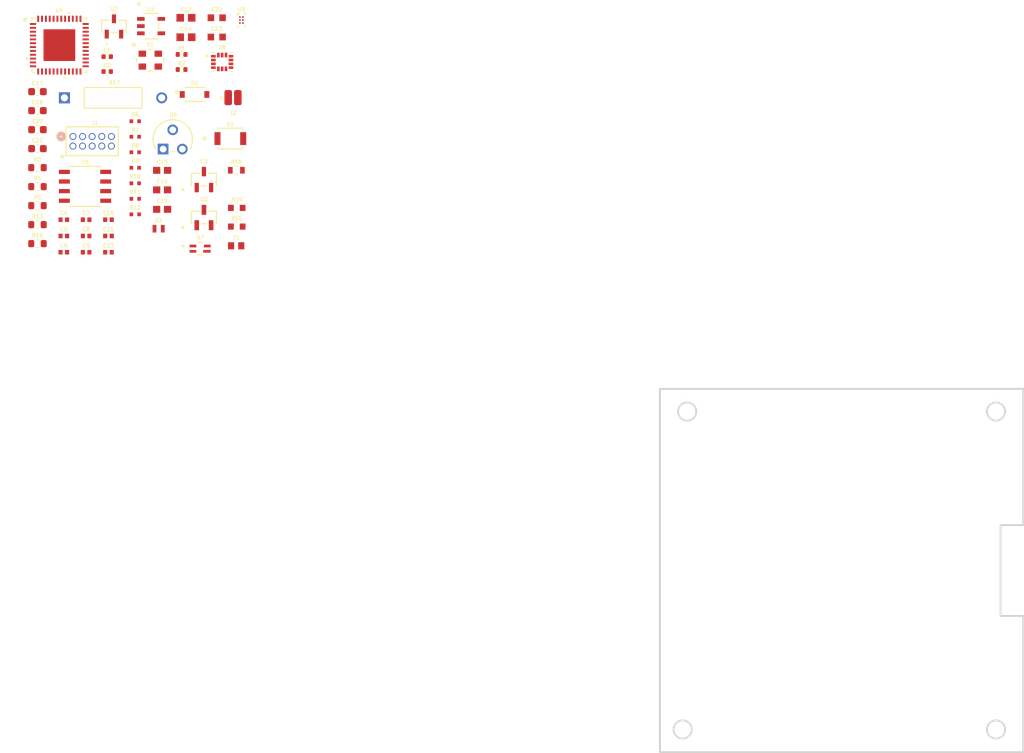
<source format=kicad_pcb>
(kicad_pcb (version 20240108) (generator "pcbnew") (generator_version "8.0")
  (layers (0 "F.Cu" signal) (31 "B.Cu" signal) (34 "B.Paste" user) (35 "F.Paste" user) (36 "B.SilkS" user "B.Silkscreen") (37 "F.SilkS" user "F.Silkscreen") (38 "B.Mask" user) (39 "F.Mask" user) (44 "Edge.Cuts" user))
  (net 0 "")
  (net 1 "KLT5")
  (net 2 "KLT6")
  (net 4 "KLT7")
  (net 6 "Net-(U4-VDDCORE)")
  (net 9 "Net-(C18-Pad2)")
  (net 17 "Net-(U1-ADJ)")
  (net 18 "Net-(D2-K)")
  (net 19 "Net-(U3-*RESET)")
  (net 20 "I2C_SDA")
  (net 23 "I2C_SCL")
  (net 24 "Net-(R11-Pad2)")
  (net 25 "Net-(U6-Vout)")
  (net 26 "KLT0")
  (net 27 "Net-(U9-CHG_N)")
  (net 28 "Net-(U9-ISET)")
  (net 29 "Net-(U9-TS)")
  (net 34 "KLT4")
  (net 37 "KLT1")
  (net 39 "GND")
  (net 41 "KLT3")
  (net 48 "KLT2")
  (net 66 "VOUT1")
  (net 67 "VOUT2")
  (net 68 "VOUT3")
  (net 69 "VDD")
  (net 70 "VIN")
  (net 71 "VOUT")
  (footprint "BQ25101YFPR:CAP_CL10A105KB8NNN_SAM" (layer "F.Cu") (at 71.5687 31.0946)
    (property "Reference" "C22" (at 0 -1.1 0) (layer "F.SilkS") (effects (font (size 0.5 0.5) (thickness 0.1) (bold yes))))
    (property "Value" "1uF")
    (pad "1" smd rect (at -0.7747 0) (size 0.8636 0.889) (layers "F.Cu" "F.Paste" "F.Mask") (net 70 "VIN"))
    (pad "2" smd rect (at 0.7747 0) (size 0.8636 0.889) (layers "F.Cu" "F.Paste" "F.Mask") (net 39 "GND"))
  )
  (footprint "DRDC3105F:DIO_KDZLVTF100_ROM" (layer "F.Cu") (at 68.638 41.2302)
    (property "Reference" "D1" (at 0 -1.5 0) (layer "F.SilkS") (effects (font (size 0.5 0.5) (thickness 0.1) (bold yes))))
    (property "Value" "KDZVTR6.2B")
    (fp_text user "*" (at -2.3368 0 0) (layer "F.SilkS"))
    (fp_text user "*" (at -2.3368 0 0) (layer "F.SilkS"))
    (pad "1" smd rect (at -1.6256 0) (size 0.6604 0.889) (layers "F.Cu" "F.Paste" "F.Mask") (net 39 "GND"))
    (pad "2" smd rect (at 1.6256 0) (size 0.6604 0.889) (layers "F.Cu" "F.Paste" "F.Mask") (net 68 "VOUT3"))
  )
  (footprint "DRDC3105F:SOT23_MMBT2222A_NEX" (layer "F.Cu") (at 57.9908 32.244699)
    (property "Reference" "U2" (at 0 -2.3 0) (layer "F.SilkS") (effects (font (size 0.5 0.5) (thickness 0.1) (bold yes))))
    (property "Value" "DRDC3105F-7")
    (pad "1" smd rect (at -0.950001 1.016) (size 0.5426 1.157199) (layers "F.Cu" "F.Paste" "F.Mask") (net 18 "Net-(D2-K)"))
    (pad "2" smd rect (at 0.950001 1.016) (size 0.5426 1.157199) (layers "F.Cu" "F.Paste" "F.Mask") (net 39 "GND"))
    (pad "3" smd rect (at 0 -1.016) (size 0.5426 1.157199) (layers "F.Cu" "F.Paste" "F.Mask") (net 68 "VOUT3"))
  )
  (footprint "AP7366_W5_7:R_0402_1005Metric" (layer "F.Cu") (at 66.927 35.9449)
    (property "Reference" "R1" (at 0 -0.8 0) (layer "F.SilkS") (effects (font (size 0.5 0.5) (thickness 0.1) (bold yes))))
    (property "Value" "210K")
    (pad "1" smd roundrect (at -0.51 0) (size 0.54 0.64) (layers "F.Cu" "F.Paste" "F.Mask") (net 67 "VOUT2"))
    (pad "2" smd roundrect (at 0.51 0) (size 0.54 0.64) (layers "F.Cu" "F.Paste" "F.Mask") (net 17 "Net-(U1-ADJ)"))
  )
  (footprint "MX25L4006EM2I-12G:YAG_CC0603_YAG" (layer "F.Cu") (at 64.353101 53.8321)
    (property "Reference" "C16" (at 0 -1.1 0) (layer "F.SilkS") (effects (font (size 0.5 0.5) (thickness 0.1) (bold yes))))
    (property "Value" "0.01uF")
    (pad "1" smd rect (at -0.7211 0) (size 0.9596 0.9144) (layers "F.Cu" "F.Paste" "F.Mask") (net 68 "VOUT3"))
    (pad "2" smd rect (at 0.7211 0) (size 0.9596 0.9144) (layers "F.Cu" "F.Paste" "F.Mask") (net 39 "GND"))
  )
  (footprint "ATSAMD21G18A-MUT:0603C" (layer "F.Cu") (at 67.505 31.1029)
    (property "Reference" "C12" (at 0 -1.1 0) (layer "F.SilkS") (effects (font (size 0.5 0.5) (thickness 0.1) (bold yes))))
    (property "Value" "10uF")
    (pad "1" smd rect (at -0.759 0) (size 1 1.02) (layers "F.Cu" "F.Paste" "F.Mask") (net 68 "VOUT3"))
    (pad "2" smd rect (at 0.759 0) (size 1 1.02) (layers "F.Cu" "F.Paste" "F.Mask") (net 39 "GND"))
  )
  (footprint "LM35DZNOPB:C_0603_1608Metric" (layer "F.Cu") (at 47.887 43.3649)
    (property "Reference" "C18" (at 0 -1.1 0) (layer "F.SilkS") (effects (font (size 0.5 0.5) (thickness 0.1) (bold yes))))
    (property "Value" "1uF")
    (pad "1" smd roundrect (at -0.775 0) (size 0.9 0.95) (layers "F.Cu" "F.Paste" "F.Mask") (net 4 "KLT7"))
    (pad "2" smd roundrect (at 0.775 0) (size 0.9 0.95) (layers "F.Cu" "F.Paste" "F.Mask") (net 9 "Net-(C18-Pad2)"))
  )
  (footprint "BQ25101YFPR:SolderWirePad_1x02_SMD_1x2mm" (layer "F.Cu") (at 73.722 41.6449)
    (property "Reference" "J2" (at 0 2 0) (layer "F.SilkS") (effects (font (size 0.5 0.5) (thickness 0.1) (bold yes))))
    (property "Value" "NATTREY")
    (pad "1" smd roundrect (at -0.635 0) (size 1 2) (layers "F.Cu" "F.Paste" "F.Mask") (net 71 "VOUT"))
    (pad "2" smd roundrect (at 0.635 0) (size 1 2) (layers "F.Cu" "F.Paste" "F.Mask") (net 39 "GND"))
  )
  (footprint "TCM809:SOT-23_MC_MCH" (layer "F.Cu") (at 69.8802 57.4857)
    (property "Reference" "U3" (at 0 -2.4 0) (layer "F.SilkS") (effects (font (size 0.5 0.5) (thickness 0.1) (bold yes))))
    (property "Value" "TCM809RVNB713")
    (pad "1" smd rect (at -0.950001 1.0152) (size 0.6096 1.3208) (layers "F.Cu" "F.Paste" "F.Mask") (net 69 "VDD"))
    (pad "2" smd rect (at 0.950001 1.0152) (size 0.6096 1.3208) (layers "F.Cu" "F.Paste" "F.Mask") (net 39 "GND"))
    (pad "3" smd rect (at 0 -1.0152) (size 0.6096 1.3208) (layers "F.Cu" "F.Paste" "F.Mask") (net 19 "Net-(U3-*RESET)"))
  )
  (footprint "AP7366_W5_7:R_0402_1005Metric" (layer "F.Cu") (at 66.927 37.9349)
    (property "Reference" "R2" (at 0 -0.8 0) (layer "F.SilkS") (effects (font (size 0.5 0.5) (thickness 0.1) (bold yes))))
    (property "Value" "40K")
    (pad "1" smd roundrect (at -0.51 0) (size 0.54 0.64) (layers "F.Cu" "F.Paste" "F.Mask") (net 17 "Net-(U1-ADJ)"))
    (pad "2" smd roundrect (at 0.51 0) (size 0.54 0.64) (layers "F.Cu" "F.Paste" "F.Mask") (net 39 "GND"))
  )
  (footprint "ISM330DHCXTR:PQFN50P250X300X86-14N" (layer "F.Cu") (at 72.287 36.9349)
    (property "Reference" "U8" (at 0 -1.9 0) (layer "F.SilkS") (effects (font (size 0.5 0.5) (thickness 0.1) (bold yes))))
    (property "Value" "ISM330DHCXTR")
    (pad "1" smd rect (at -1.16 -0.75) (size 0.61 0.35) (layers "F.Cu" "F.Paste") (net 68 "VOUT3"))
    (pad "2" smd rect (at -1.16 -0.25) (size 0.61 0.35) (layers "F.Cu" "F.Paste") (net 68 "VOUT3"))
    (pad "3" smd rect (at -1.16 0.25) (size 0.61 0.35) (layers "F.Cu" "F.Paste") (net 68 "VOUT3"))
    (pad "4" smd rect (at -1.16 0.75) (size 0.61 0.35) (layers "F.Cu" "F.Paste") (net 26 "KLT0"))
    (pad "5" smd rect (at -0.5 0.91) (size 0.35 0.61) (layers "F.Cu" "F.Paste") (net 68 "VOUT3"))
    (pad "6" smd rect (at 0 0.91) (size 0.35 0.61) (layers "F.Cu" "F.Paste") (net 39 "GND"))
    (pad "7" smd rect (at 0.5 0.91) (size 0.35 0.61) (layers "F.Cu" "F.Paste") (net 39 "GND"))
    (pad "8" smd rect (at 1.16 0.75) (size 0.61 0.35) (layers "F.Cu" "F.Paste") (net 68 "VOUT3"))
    (pad "9" smd rect (at 1.16 0.25) (size 0.61 0.35) (layers "F.Cu" "F.Paste") (net 37 "KLT1"))
    (pad "10" smd rect (at 1.16 -0.25) (size 0.61 0.35) (layers "F.Cu" "F.Paste"))
    (pad "11" smd rect (at 1.16 -0.75) (size 0.61 0.35) (layers "F.Cu" "F.Paste") (net 68 "VOUT3"))
    (pad "12" smd rect (at 0.5 -0.91) (size 0.35 0.61) (layers "F.Cu" "F.Paste") (net 68 "VOUT3"))
    (pad "13" smd rect (at 0 -0.91) (size 0.35 0.61) (layers "F.Cu" "F.Paste") (net 23 "I2C_SCL"))
    (pad "14" smd rect (at -0.5 -0.91) (size 0.35 0.61) (layers "F.Cu" "F.Paste") (net 20 "I2C_SDA"))
  )
  (footprint "DRDC3105F:R_0603_1608Metric" (layer "F.Cu") (at 47.887 53.4049)
    (property "Reference" "R4" (at 0 -1.1 0) (layer "F.SilkS") (effects (font (size 0.5 0.5) (thickness 0.1) (bold yes))))
    (property "Value" "1K")
    (pad "1" smd roundrect (at -0.825 0) (size 0.8 0.95) (layers "F.Cu" "F.Paste" "F.Mask") (net 18 "Net-(D2-K)"))
    (pad "2" smd roundrect (at 0.825 0) (size 0.8 0.95) (layers "F.Cu" "F.Paste" "F.Mask") (net 66 "VOUT1"))
  )
  (footprint "ATSAMD21G18A-MUT:0402R" (layer "F.Cu") (at 60.797 55.0149)
    (property "Reference" "R11" (at 0 -0.9 0) (layer "F.SilkS") (effects (font (size 0.5 0.5) (thickness 0.1) (bold yes))))
    (property "Value" "330")
    (pad "1" smd rect (at -0.512 0) (size 0.475 0.5) (layers "F.Cu" "F.Paste" "F.Mask"))
    (pad "2" smd rect (at 0.512 0) (size 0.475 0.5) (layers "F.Cu" "F.Paste" "F.Mask") (net 24 "Net-(R11-Pad2)"))
  )
  (footprint "LM35DZNOPB:Z03A" (layer "F.Cu") (at 67.0257 45.9036)
    (property "Reference" "U6" (at -1.2 -2 0) (layer "F.SilkS") (effects (font (size 0.5 0.5) (thickness 0.1) (bold yes))))
    (property "Value" "LM35DZ/NOPB")
    (pad "1" thru_hole rect (at -2.54 2.54) (size 1.397 1.397) (drill 0.889) (layers "*.Cu" "*.Mask") (net 68 "VOUT3"))
    (pad "2" thru_hole circle (at -1.27 0) (size 1.397 1.397) (drill 0.889) (layers "*.Cu" "*.Mask") (net 25 "Net-(U6-Vout)"))
    (pad "3" thru_hole circle (at 0 2.54) (size 1.397 1.397) (drill 0.889) (layers "*.Cu" "*.Mask") (net 39 "GND"))
  )
  (footprint "ATSAMD21G18A-MUT:0402C" (layer "F.Cu") (at 51.367 57.7749)
    (property "Reference" "C4" (at 0 -0.88 0) (layer "F.SilkS") (effects (font (size 0.5 0.5) (thickness 0.1) (bold yes))))
    (property "Value" "10 pF")
    (pad "1" smd rect (at -0.432 0) (size 0.54 0.6) (layers "F.Cu" "F.Paste" "F.Mask"))
    (pad "2" smd rect (at 0.432 0) (size 0.54 0.6) (layers "F.Cu" "F.Paste" "F.Mask") (net 39 "GND"))
  )
  (footprint "ATSAMD21G18A-MUT:0402C" (layer "F.Cu") (at 51.367 62.0749)
    (property "Reference" "C6" (at 0 -0.88 0) (layer "F.SilkS") (effects (font (size 0.5 0.5) (thickness 0.1) (bold yes))))
    (property "Value" "0.1uF")
    (pad "1" smd rect (at -0.432 0) (size 0.54 0.6) (layers "F.Cu" "F.Paste" "F.Mask") (net 68 "VOUT3"))
    (pad "2" smd rect (at 0.432 0) (size 0.54 0.6) (layers "F.Cu" "F.Paste" "F.Mask") (net 39 "GND"))
  )
  (footprint "ATSAMD21G18A-MUT:0402C" (layer "F.Cu") (at 57.267 62.0749)
    (property "Reference" "C13" (at 0 -0.88 0) (layer "F.SilkS") (effects (font (size 0.5 0.5) (thickness 0.1) (bold yes))))
    (property "Value" "12 pF")
    (pad "1" smd rect (at -0.432 0) (size 0.54 0.6) (layers "F.Cu" "F.Paste" "F.Mask"))
    (pad "2" smd rect (at 0.432 0) (size 0.54 0.6) (layers "F.Cu" "F.Paste" "F.Mask") (net 39 "GND"))
  )
  (footprint "ATSAMD21G18A-MUT:0402C" (layer "F.Cu") (at 57.267 59.9249)
    (property "Reference" "C11" (at 0 -0.88 0) (layer "F.SilkS") (effects (font (size 0.5 0.5) (thickness 0.1) (bold yes))))
    (property "Value" "0.1uF")
    (pad "1" smd rect (at -0.432 0) (size 0.54 0.6) (layers "F.Cu" "F.Paste" "F.Mask"))
    (pad "2" smd rect (at 0.432 0) (size 0.54 0.6) (layers "F.Cu" "F.Paste" "F.Mask") (net 39 "GND"))
  )
  (footprint "ATSAMD21G18A-MUT:ABM8G_12_000MHZ_B4Y_T" (layer "F.Cu") (at 62.7932 36.6955)
    (property "Reference" "X1" (at 0 -2 0) (layer "F.SilkS") (effects (font (size 0.5 0.5) (thickness 0.1) (bold yes))))
    (property "Value" "12 MHz")
    (fp_text user "*" (at -2.1844 -1.7 0) (layer "F.SilkS"))
    (fp_text user "*" (at -2.1844 -1.7 0) (layer "F.SilkS"))
    (pad "1" smd rect (at -1.0541 -0.850001 90) (size 0.8128 0.9906) (layers "F.Cu" "F.Paste" "F.Mask"))
    (pad "2" smd rect (at -1.0541 0.850001 90) (size 0.8128 0.9906) (layers "F.Cu" "F.Paste" "F.Mask") (net 39 "GND"))
    (pad "3" smd rect (at 1.0541 0.850001 90) (size 0.8128 0.9906) (layers "F.Cu" "F.Paste" "F.Mask"))
    (pad "4" smd rect (at 1.0541 -0.850001 90) (size 0.8128 0.9906) (layers "F.Cu" "F.Paste" "F.Mask") (net 39 "GND"))
  )
  (footprint "AP7366_W5_7:C_0402_1005Metric" (layer "F.Cu") (at 57.097 36.2349)
    (property "Reference" "C1" (at 0 -0.8 0) (layer "F.SilkS") (effects (font (size 0.5 0.5) (thickness 0.1) (bold yes))))
    (property "Value" "1uF")
    (pad "1" smd roundrect (at -0.48 0) (size 0.56 0.62) (layers "F.Cu" "F.Paste" "F.Mask") (net 66 "VOUT1"))
    (pad "2" smd roundrect (at 0.48 0) (size 0.56 0.62) (layers "F.Cu" "F.Paste" "F.Mask") (net 39 "GND"))
  )
  (footprint "ATSAMD21G18A-MUT:0402C" (layer "F.Cu") (at 54.317 59.9249)
    (property "Reference" "C8" (at 0 -0.88 0) (layer "F.SilkS") (effects (font (size 0.5 0.5) (thickness 0.1) (bold yes))))
    (property "Value" "12 pF")
    (pad "1" smd rect (at -0.432 0) (size 0.54 0.6) (layers "F.Cu" "F.Paste" "F.Mask") (net 4 "KLT7"))
    (pad "2" smd rect (at 0.432 0) (size 0.54 0.6) (layers "F.Cu" "F.Paste" "F.Mask") (net 39 "GND"))
  )
  (footprint "TCM809:R_0603_1608Metric" (layer "F.Cu") (at 47.887 55.9149)
    (property "Reference" "R5" (at 0 -1.1 0) (layer "F.SilkS") (effects (font (size 0.5 0.5) (thickness 0.1) (bold yes))))
    (property "Value" "100K")
    (pad "1" smd roundrect (at -0.825 0) (size 0.8 0.95) (layers "F.Cu" "F.Paste" "F.Mask") (net 19 "Net-(U3-*RESET)"))
    (pad "2" smd roundrect (at 0.825 0) (size 0.8 0.95) (layers "F.Cu" "F.Paste" "F.Mask") (net 39 "GND"))
  )
  (footprint "ATSAMD21G18A-MUT:0402R" (layer "F.Cu") (at 60.797 50.9149)
    (property "Reference" "R9" (at 0 -0.9 0) (layer "F.SilkS") (effects (font (size 0.5 0.5) (thickness 0.1) (bold yes))))
    (property "Value" "4.7k")
    (pad "1" smd rect (at -0.512 0) (size 0.475 0.5) (layers "F.Cu" "F.Paste" "F.Mask") (net 23 "I2C_SCL"))
    (pad "2" smd rect (at 0.512 0) (size 0.475 0.5) (layers "F.Cu" "F.Paste" "F.Mask") (net 68 "VOUT3"))
  )
  (footprint "ISM330DHCXTR:C_0603_1608Metric" (layer "F.Cu") (at 47.887 45.8749)
    (property "Reference" "C20" (at 0 -1.1 0) (layer "F.SilkS") (effects (font (size 0.5 0.5) (thickness 0.1) (bold yes))))
    (property "Value" "0.1 uF")
    (pad "1" smd roundrect (at -0.775 0) (size 0.9 0.95) (layers "F.Cu" "F.Paste" "F.Mask") (net 68 "VOUT3"))
    (pad "2" smd roundrect (at 0.775 0) (size 0.9 0.95) (layers "F.Cu" "F.Paste" "F.Mask") (net 39 "GND"))
  )
  (footprint "BQ25101YFPR:TRES_NCP18XH103F03RB_MUR" (layer "F.Cu") (at 74.1385 61.22)
    (property "Reference" "T1" (at 0 -1.1 0) (layer "F.SilkS") (effects (font (size 0.5 0.5) (thickness 0.1) (bold yes))))
    (property "Value" "Thermistor_NTC")
    (pad "1" smd rect (at -0.6715 0) (size 0.8096 0.9398) (layers "F.Cu" "F.Paste" "F.Mask") (net 29 "Net-(U9-TS)"))
    (pad "2" smd rect (at 0.6715 0) (size 0.8096 0.9398) (layers "F.Cu" "F.Paste" "F.Mask") (net 39 "GND"))
  )
  (footprint "AP7366_W5_7:C_0402_1005Metric" (layer "F.Cu") (at 57.097 38.2049)
    (property "Reference" "C2" (at 0 -0.8 0) (layer "F.SilkS") (effects (font (size 0.5 0.5) (thickness 0.1) (bold yes))))
    (property "Value" "1uF")
    (pad "1" smd roundrect (at -0.48 0) (size 0.56 0.62) (layers "F.Cu" "F.Paste" "F.Mask") (net 67 "VOUT2"))
    (pad "2" smd roundrect (at 0.48 0) (size 0.56 0.62) (layers "F.Cu" "F.Paste" "F.Mask") (net 39 "GND"))
  )
  (footprint "MX25L4006EM2I-12G:YAG_CC0603_YAG" (layer "F.Cu") (at 64.353101 51.2573)
    (property "Reference" "C15" (at 0 -1.1 0) (layer "F.SilkS") (effects (font (size 0.5 0.5) (thickness 0.1) (bold yes))))
    (property "Value" "0.1uF")
    (pad "1" smd rect (at -0.7211 0) (size 0.9596 0.9144) (layers "F.Cu" "F.Paste" "F.Mask") (net 68 "VOUT3"))
    (pad "2" smd rect (at 0.7211 0) (size 0.9596 0.9144) (layers "F.Cu" "F.Paste" "F.Mask") (net 39 "GND"))
  )
  (footprint "ATSAMD21G18A-MUT:0603C" (layer "F.Cu") (at 67.505 33.6689)
    (property "Reference" "C14" (at 0 -1.1 0) (layer "F.SilkS") (effects (font (size 0.5 0.5) (thickness 0.1) (bold yes))))
    (property "Value" "10uF")
    (pad "1" smd rect (at -0.759 0) (size 1 1.02) (layers "F.Cu" "F.Paste" "F.Mask") (net 68 "VOUT3"))
    (pad "2" smd rect (at 0.759 0) (size 1 1.02) (layers "F.Cu" "F.Paste" "F.Mask") (net 39 "GND"))
  )
  (footprint "ATSAMD21G18A-MUT:0402R" (layer "F.Cu") (at 60.797 57.0649)
    (property "Reference" "R12" (at 0 -0.9 0) (layer "F.SilkS") (effects (font (size 0.5 0.5) (thickness 0.1) (bold yes))))
    (property "Value" "10k")
    (pad "1" smd rect (at -0.512 0) (size 0.475 0.5) (layers "F.Cu" "F.Paste" "F.Mask"))
    (pad "2" smd rect (at 0.512 0) (size 0.475 0.5) (layers "F.Cu" "F.Paste" "F.Mask") (net 68 "VOUT3"))
  )
  (footprint "ATSAMD21G18A-MUT:0402R" (layer "F.Cu") (at 60.797 46.8149)
    (property "Reference" "R7" (at 0 -0.9 0) (layer "F.SilkS") (effects (font (size 0.5 0.5) (thickness 0.1) (bold yes))))
    (property "Value" "4.7k")
    (pad "1" smd rect (at -0.512 0) (size 0.475 0.5) (layers "F.Cu" "F.Paste" "F.Mask"))
    (pad "2" smd rect (at 0.512 0) (size 0.475 0.5) (layers "F.Cu" "F.Paste" "F.Mask") (net 68 "VOUT3"))
  )
  (footprint "MX25L4006EM2I-12G:SOIC8_SOP8L_MAC" (layer "F.Cu") (at 54.170999 53.3647)
    (property "Reference" "U5" (at 0 -3.2 0) (layer "F.SilkS") (effects (font (size 0.5 0.5) (thickness 0.1) (bold yes))))
    (property "Value" "MX25L4006EM2I-12G")
    (fp_text user "*" (at -2.9817 -3.606 0) (layer "F.SilkS"))
    (fp_text user "*" (at -2.9817 -3.606 0) (layer "F.SilkS"))
    (pad "1" smd rect (at -2.727698 -1.905) (size 1.442199 0.558) (layers "F.Cu" "F.Paste" "F.Mask"))
    (pad "2" smd rect (at -2.727698 -0.635) (size 1.442199 0.558) (layers "F.Cu" "F.Paste" "F.Mask"))
    (pad "3" smd rect (at -2.727698 0.635) (size 1.442199 0.558) (layers "F.Cu" "F.Paste" "F.Mask"))
    (pad "4" smd rect (at -2.727698 1.905) (size 1.442199 0.558) (layers "F.Cu" "F.Paste" "F.Mask") (net 39 "GND"))
    (pad "5" smd rect (at 2.727698 1.905) (size 1.442199 0.558) (layers "F.Cu" "F.Paste" "F.Mask") (net 48 "KLT2"))
    (pad "6" smd rect (at 2.727698 0.635) (size 1.442199 0.558) (layers "F.Cu" "F.Paste" "F.Mask") (net 41 "KLT3"))
    (pad "7" smd rect (at 2.727698 -0.635) (size 1.442199 0.558) (layers "F.Cu" "F.Paste" "F.Mask") (net 34 "KLT4"))
    (pad "8" smd rect (at 2.727698 -1.905) (size 1.442199 0.558) (layers "F.Cu" "F.Paste" "F.Mask") (net 68 "VOUT3"))
  )
  (footprint "LM35DZNOPB:C_0603_1608Metric" (layer "F.Cu") (at 47.887 40.8549)
    (property "Reference" "C17" (at 0 -1.1 0) (layer "F.SilkS") (effects (font (size 0.5 0.5) (thickness 0.1) (bold yes))))
    (property "Value" "0.01uF")
    (pad "1" smd roundrect (at -0.775 0) (size 0.9 0.95) (layers "F.Cu" "F.Paste" "F.Mask") (net 68 "VOUT3"))
    (pad "2" smd roundrect (at 0.775 0) (size 0.9 0.95) (layers "F.Cu" "F.Paste" "F.Mask") (net 39 "GND"))
  )
  (footprint "ATSAMD21G18A-MUT:M50_3500542" (layer "F.Cu") (at 52.5764 46.7799)
    (property "Reference" "J1" (at 2.9 -1.8 0) (layer "F.SilkS") (effects (font (size 0.5 0.5) (thickness 0.1) (bold yes))))
    (property "Value" "M50-3500542")
    (pad "1" thru_hole circle (at 0 0) (size 0.9144 0.9144) (drill 0.6604) (layers "*.Cu" "*.Mask") (net 68 "VOUT3"))
    (pad "2" thru_hole circle (at 0 1.27) (size 0.9144 0.9144) (drill 0.6604) (layers "*.Cu" "*.Mask"))
    (pad "3" thru_hole circle (at 1.27 0) (size 0.9144 0.9144) (drill 0.6604) (layers "*.Cu" "*.Mask") (net 39 "GND"))
    (pad "4" thru_hole circle (at 1.27 1.27) (size 0.9144 0.9144) (drill 0.6604) (layers "*.Cu" "*.Mask"))
    (pad "5" thru_hole circle (at 2.54 0) (size 0.9144 0.9144) (drill 0.6604) (layers "*.Cu" "*.Mask") (net 39 "GND"))
    (pad "6" thru_hole circle (at 2.54 1.27) (size 0.9144 0.9144) (drill 0.6604) (layers "*.Cu" "*.Mask"))
    (pad "7" thru_hole circle (at 3.81 0) (size 0.9144 0.9144) (drill 0.6604) (layers "*.Cu" "*.Mask"))
    (pad "8" thru_hole circle (at 3.81 1.27) (size 0.9144 0.9144) (drill 0.6604) (layers "*.Cu" "*.Mask"))
    (pad "9" thru_hole circle (at 5.08 0) (size 0.9144 0.9144) (drill 0.6604) (layers "*.Cu" "*.Mask"))
    (pad "10" thru_hole circle (at 5.08 1.27) (size 0.9144 0.9144) (drill 0.6604) (layers "*.Cu" "*.Mask"))
  )
  (footprint "SM712-02HTG:SOT23-3_LTF" (layer "F.Cu") (at 69.8792 52.4765)
    (property "Reference" "C3" (at 0 -2.4 0) (layer "F.SilkS") (effects (font (size 0.5 0.5) (thickness 0.1) (bold yes))))
    (property "Value" "SM712-02HTG")
    (pad "1" smd rect (at -0.950001 1.0541) (size 0.5588 1.2446) (layers "F.Cu" "F.Paste" "F.Mask") (net 1 "KLT5"))
    (pad "2" smd rect (at 0.950001 1.0541) (size 0.5588 1.2446) (layers "F.Cu" "F.Paste" "F.Mask") (net 2 "KLT6"))
    (pad "3" smd rect (at 0 -1.0541) (size 0.5588 1.2446) (layers "F.Cu" "F.Paste" "F.Mask") (net 39 "GND"))
  )
  (footprint "AP7366_W5_7:SOT25_DIO" (layer "F.Cu") (at 62.8948 32.1995)
    (property "Reference" "U1" (at 0 -2.2 0) (layer "F.SilkS") (effects (font (size 0.5 0.5) (thickness 0.1) (bold yes))))
    (property "Value" "AP7366-W5-7")
    (fp_text user "*" (at -1.60655 -2.601 0) (layer "F.SilkS"))
    (fp_text user "*" (at -1.60655 -2.601 0) (layer "F.SilkS"))
    (pad "1" smd rect (at -1.35255 -0.950001) (size 1.0033 0.508) (layers "F.Cu" "F.Paste" "F.Mask") (net 66 "VOUT1"))
    (pad "2" smd rect (at -1.35255 0) (size 1.0033 0.508) (layers "F.Cu" "F.Paste" "F.Mask") (net 39 "GND"))
    (pad "3" smd rect (at -1.35255 0.950001) (size 1.0033 0.508) (layers "F.Cu" "F.Paste" "F.Mask") (net 66 "VOUT1"))
    (pad "4" smd rect (at 1.35255 0.950001) (size 1.0033 0.508) (layers "F.Cu" "F.Paste" "F.Mask") (net 17 "Net-(U1-ADJ)"))
    (pad "5" smd rect (at 1.35255 -0.950001) (size 1.0033 0.508) (layers "F.Cu" "F.Paste" "F.Mask") (net 67 "VOUT2"))
  )
  (footprint "ATSAMD21G18A-MUT:0402C" (layer "F.Cu") (at 51.367 59.9249)
    (property "Reference" "C5" (at 0 -0.88 0) (layer "F.SilkS") (effects (font (size 0.5 0.5) (thickness 0.1) (bold yes))))
    (property "Value" "0.1uF")
    (pad "1" smd rect (at -0.432 0) (size 0.54 0.6) (layers "F.Cu" "F.Paste" "F.Mask") (net 68 "VOUT3"))
    (pad "2" smd rect (at 0.432 0) (size 0.54 0.6) (layers "F.Cu" "F.Paste" "F.Mask") (net 39 "GND"))
  )
  (footprint "ATSAMD21G18A-MUT:0402C" (layer "F.Cu") (at 54.317 57.7749)
    (property "Reference" "C7" (at 0 -0.88 0) (layer "F.SilkS") (effects (font (size 0.5 0.5) (thickness 0.1) (bold yes))))
    (property "Value" "0.1uF")
    (pad "1" smd rect (at -0.432 0) (size 0.54 0.6) (layers "F.Cu" "F.Paste" "F.Mask") (net 68 "VOUT3"))
    (pad "2" smd rect (at 0.432 0) (size 0.54 0.6) (layers "F.Cu" "F.Paste" "F.Mask") (net 39 "GND"))
  )
  (footprint "ATSAMD21G18A-MUT:0402C" (layer "F.Cu") (at 54.317 62.0749)
    (property "Reference" "C9" (at 0 -0.88 0) (layer "F.SilkS") (effects (font (size 0.5 0.5) (thickness 0.1) (bold yes))))
    (property "Value" "10 pF")
    (pad "1" smd rect (at -0.432 0) (size 0.54 0.6) (layers "F.Cu" "F.Paste" "F.Mask"))
    (pad "2" smd rect (at 0.432 0) (size 0.54 0.6) (layers "F.Cu" "F.Paste" "F.Mask") (net 39 "GND"))
  )
  (footprint "BQ25101YFPR:YFP0006AFAV" (layer "F.Cu") (at 74.832 31.3999)
    (property "Reference" "U9" (at 0 -1.4 0) (layer "F.SilkS") (effects (font (size 0.5 0.5) (thickness 0.1) (bold yes))))
    (property "Value" "BQ25101YFPR")
    (pad "A1" smd circle (at -0.2 -0.400002) (size 0.23 0.23) (layers "F.Cu" "F.Mask") (net 71 "VOUT"))
    (pad "A2" smd circle (at 0.200002 -0.400002) (size 0.23 0.23) (layers "F.Cu" "F.Mask") (net 70 "VIN"))
    (pad "B1" smd circle (at -0.2 0) (size 0.23 0.23) (layers "F.Cu" "F.Mask") (net 29 "Net-(U9-TS)"))
    (pad "B2" smd circle (at 0.200002 0) (size 0.23 0.23) (layers "F.Cu" "F.Mask") (net 28 "Net-(U9-ISET)"))
    (pad "C1" smd circle (at -0.2 0.399999) (size 0.23 0.23) (layers "F.Cu" "F.Mask") (net 27 "Net-(U9-CHG_N)"))
    (pad "C2" smd circle (at 0.200002 0.399999) (size 0.23 0.23) (layers "F.Cu" "F.Mask") (net 39 "GND"))
  )
  (footprint "ISM330DHCXTR:C_0603_1608Metric" (layer "F.Cu") (at 47.887 48.3849)
    (property "Reference" "C21" (at 0 -1.1 0) (layer "F.SilkS") (effects (font (size 0.5 0.5) (thickness 0.1) (bold yes))))
    (property "Value" "0.1 uF")
    (pad "1" smd roundrect (at -0.775 0) (size 0.9 0.95) (layers "F.Cu" "F.Paste" "F.Mask") (net 68 "VOUT3"))
    (pad "2" smd roundrect (at 0.775 0) (size 0.9 0.95) (layers "F.Cu" "F.Paste" "F.Mask") (net 39 "GND"))
  )
  (footprint "ATSAMD21G18A-MUT:0402C" (layer "F.Cu") (at 57.267 57.7749)
    (property "Reference" "C10" (at 0 -0.88 0) (layer "F.SilkS") (effects (font (size 0.5 0.5) (thickness 0.1) (bold yes))))
    (property "Value" "1uF")
    (pad "1" smd rect (at -0.432 0) (size 0.54 0.6) (layers "F.Cu" "F.Paste" "F.Mask") (net 6 "Net-(U4-VDDCORE)"))
    (pad "2" smd rect (at 0.432 0) (size 0.54 0.6) (layers "F.Cu" "F.Paste" "F.Mask") (net 39 "GND"))
  )
  (footprint "VEML6040A3OG:RC0603N_YAG" (layer "F.Cu") (at 74.2179 56.2165)
    (property "Reference" "R14" (at 0 -1.1 0) (layer "F.SilkS") (effects (font (size 0.5 0.5) (thickness 0.1) (bold yes))))
    (property "Value" "2.2K")
    (pad "1" smd rect (at -0.7747 0) (size 0.762 0.8128) (layers "F.Cu" "F.Paste" "F.Mask") (net 69 "VDD"))
    (pad "2" smd rect (at 0.7747 0) (size 0.762 0.8128) (layers "F.Cu" "F.Paste" "F.Mask") (net 20 "I2C_SDA"))
  )
  (footprint "ATSAMD21G18A-MUT:B3U-1000P" (layer "F.Cu") (at 73.3664 47.0593)
    (property "Reference" "S1" (at 0 -1.9 0) (layer "F.SilkS") (effects (font (size 0.5 0.5) (thickness 0.1) (bold yes))))
    (property "Value" "B3U-1000P")
    (pad "1" smd rect (at -1.700002 0) (size 0.8 1.7) (layers "F.Cu" "F.Paste" "F.Mask") (net 39 "GND"))
    (pad "2" smd rect (at 1.700002 0) (size 0.8 1.7) (layers "F.Cu" "F.Paste" "F.Mask") (net 24 "Net-(R11-Pad2)"))
  )
  (footprint "ATSAMD21G18A-MUT:0402R" (layer "F.Cu") (at 60.797 52.9649)
    (property "Reference" "R10" (at 0 -0.9 0) (layer "F.SilkS") (effects (font (size 0.5 0.5) (thickness 0.1) (bold yes))))
    (property "Value" "1k")
    (pad "1" smd rect (at -0.512 0) (size 0.475 0.5) (layers "F.Cu" "F.Paste" "F.Mask"))
    (pad "2" smd rect (at 0.512 0) (size 0.475 0.5) (layers "F.Cu" "F.Paste" "F.Mask") (net 68 "VOUT3"))
  )
  (footprint "ATSAMD21G18A-MUT:ABS05_32_768KHZ_T" (layer "F.Cu") (at 63.897 58.9649)
    (property "Reference" "X2" (at 0 -1.1 0) (layer "F.SilkS") (effects (font (size 0.5 0.5) (thickness 0.1) (bold yes))))
    (property "Value" "32.768 kHz")
    (pad "1" smd rect (at -0.55 0) (size 0.5 1) (layers "F.Cu" "F.Paste" "F.Mask") (net 4 "KLT7"))
    (pad "2" smd rect (at 0.55 0) (size 0.5 1) (layers "F.Cu" "F.Paste" "F.Mask"))
  )
  (footprint "DRDC3105F:R_0603_1608Metric" (layer "F.Cu") (at 47.887 50.8949)
    (property "Reference" "R3" (at 0 -1.1 0) (layer "F.SilkS") (effects (font (size 0.5 0.5) (thickness 0.1) (bold yes))))
    (property "Value" "33K")
    (pad "1" smd roundrect (at -0.825 0) (size 0.8 0.95) (layers "F.Cu" "F.Paste" "F.Mask") (net 18 "Net-(D2-K)"))
    (pad "2" smd roundrect (at 0.825 0) (size 0.8 0.95) (layers "F.Cu" "F.Paste" "F.Mask") (net 39 "GND"))
  )
  (footprint "BQ25101YFPR:CMF55_VIS" (layer "F.Cu") (at 51.4461 41.6747)
    (property "Reference" "R17" (at 6.6 -2 0) (layer "F.SilkS") (effects (font (size 0.5 0.5) (thickness 0.1) (bold yes))))
    (property "Value" "6K")
    (pad "1" thru_hole rect (at 0 0) (size 1.4478 1.4478) (drill 0.9398) (layers "*.Cu" "*.Mask") (net 27 "Net-(U9-CHG_N)"))
    (pad "2" thru_hole circle (at 12.8524 0) (size 1.4478 1.4478) (drill 0.9398) (layers "*.Cu" "*.Mask") (net 39 "GND"))
  )
  (footprint "ATSAMD21G18A-MUT:0402R" (layer "F.Cu") (at 60.797 44.7649)
    (property "Reference" "R6" (at 0 -0.9 0) (layer "F.SilkS") (effects (font (size 0.5 0.5) (thickness 0.1) (bold yes))))
    (property "Value" "4.7k")
    (pad "1" smd rect (at -0.512 0) (size 0.475 0.5) (layers "F.Cu" "F.Paste" "F.Mask") (net 20 "I2C_SDA"))
    (pad "2" smd rect (at 0.512 0) (size 0.475 0.5) (layers "F.Cu" "F.Paste" "F.Mask") (net 68 "VOUT3"))
  )
  (footprint "ATSAMD21G18A-MUT:QFN48_7X7MC_MCH" (layer "F.Cu") (at 50.7762 34.7141)
    (property "Reference" "U4" (at 0 -4.6 0) (layer "F.SilkS") (effects (font (size 0.5 0.5) (thickness 0.1) (bold yes))))
    (property "Value" "ATSAMD21G18A-MUT")
    (fp_text user "*" (at -4.5212 -3.048 0) (layer "F.SilkS"))
    (fp_text user "*" (at -4.5212 -3.048 0) (layer "F.SilkS"))
    (pad "1" smd rect (at -3.4798 -2.794 90) (size 0.254 0.8128) (layers "F.Cu" "F.Paste" "F.Mask") (net 4 "KLT7"))
    (pad "2" smd rect (at -3.4798 -2.286 90) (size 0.254 0.8128) (layers "F.Cu" "F.Paste" "F.Mask"))
    (pad "3" smd rect (at -3.4798 -1.778 90) (size 0.254 0.8128) (layers "F.Cu" "F.Paste" "F.Mask"))
    (pad "4" smd rect (at -3.4798 -1.27 90) (size 0.254 0.8128) (layers "F.Cu" "F.Paste" "F.Mask"))
    (pad "5" smd rect (at -3.4798 -0.762 90) (size 0.254 0.8128) (layers "F.Cu" "F.Paste" "F.Mask") (net 39 "GND"))
    (pad "6" smd rect (at -3.4798 -0.254 90) (size 0.254 0.8128) (layers "F.Cu" "F.Paste" "F.Mask") (net 68 "VOUT3"))
    (pad "7" smd rect (at -3.4798 0.254 90) (size 0.254 0.8128) (layers "F.Cu" "F.Paste" "F.Mask"))
    (pad "8" smd rect (at -3.4798 0.762 90) (size 0.254 0.8128) (layers "F.Cu" "F.Paste" "F.Mask"))
    (pad "9" smd rect (at -3.4798 1.27 90) (size 0.254 0.8128) (layers "F.Cu" "F.Paste" "F.Mask"))
    (pad "10" smd rect (at -3.4798 1.778 90) (size 0.254 0.8128) (layers "F.Cu" "F.Paste" "F.Mask") (net 2 "KLT6"))
    (pad "11" smd rect (at -3.4798 2.286 90) (size 0.254 0.8128) (layers "F.Cu" "F.Paste" "F.Mask") (net 1 "KLT5"))
    (pad "12" smd rect (at -3.4798 2.794 90) (size 0.254 0.8128) (layers "F.Cu" "F.Paste" "F.Mask") (net 34 "KLT4"))
    (pad "13" smd rect (at -2.794 3.4798) (size 0.254 0.8128) (layers "F.Cu" "F.Paste" "F.Mask") (net 41 "KLT3"))
    (pad "14" smd rect (at -2.286 3.4798) (size 0.254 0.8128) (layers "F.Cu" "F.Paste" "F.Mask") (net 48 "KLT2"))
    (pad "15" smd rect (at -1.778 3.4798) (size 0.254 0.8128) (layers "F.Cu" "F.Paste" "F.Mask") (net 37 "KLT1"))
    (pad "16" smd rect (at -1.27 3.4798) (size 0.254 0.8128) (layers "F.Cu" "F.Paste" "F.Mask") (net 26 "KLT0"))
    (pad "17" smd rect (at -0.762 3.4798) (size 0.254 0.8128) (layers "F.Cu" "F.Paste" "F.Mask") (net 68 "VOUT3"))
    (pad "18" smd rect (at -0.254 3.4798) (size 0.254 0.8128) (layers "F.Cu" "F.Paste" "F.Mask") (net 39 "GND"))
    (pad "19" smd rect (at 0.254 3.4798) (size 0.254 0.8128) (layers "F.Cu" "F.Paste" "F.Mask"))
    (pad "20" smd rect (at 0.762 3.4798) (size 0.254 0.8128) (layers "F.Cu" "F.Paste" "F.Mask"))
    (pad "21" smd rect (at 1.27 3.4798) (size 0.254 0.8128) (layers "F.Cu" "F.Paste" "F.Mask"))
    (pad "22" smd rect (at 1.778 3.4798) (size 0.254 0.8128) (layers "F.Cu" "F.Paste" "F.Mask"))
    (pad "23" smd rect (at 2.286 3.4798) (size 0.254 0.8128) (layers "F.Cu" "F.Paste" "F.Mask"))
    (pad "24" smd rect (at 2.794 3.4798) (size 0.254 0.8128) (layers "F.Cu" "F.Paste" "F.Mask"))
    (pad "25" smd rect (at 3.4798 2.794 90) (size 0.254 0.8128) (layers "F.Cu" "F.Paste" "F.Mask") (net 20 "I2C_SDA"))
    (pad "26" smd rect (at 3.4798 2.286 90) (size 0.254 0.8128) (layers "F.Cu" "F.Paste" "F.Mask") (net 23 "I2C_SCL"))
    (pad "27" smd rect (at 3.4798 1.778 90) (size 0.254 0.8128) (layers "F.Cu" "F.Paste" "F.Mask"))
    (pad "28" smd rect (at 3.4798 1.27 90) (size 0.254 0.8128) (layers "F.Cu" "F.Paste" "F.Mask"))
    (pad "29" smd rect (at 3.4798 0.762 90) (size 0.254 0.8128) (layers "F.Cu" "F.Paste" "F.Mask"))
    (pad "30" smd rect (at 3.4798 0.254 90) (size 0.254 0.8128) (layers "F.Cu" "F.Paste" "F.Mask"))
    (pad "31" smd rect (at 3.4798 -0.254 90) (size 0.254 0.8128) (layers "F.Cu" "F.Paste" "F.Mask"))
    (pad "32" smd rect (at 3.4798 -0.762 90) (size 0.254 0.8128) (layers "F.Cu" "F.Paste" "F.Mask"))
    (pad "33" smd rect (at 3.4798 -1.27 90) (size 0.254 0.8128) (layers "F.Cu" "F.Paste" "F.Mask"))
    (pad "34" smd rect (at 3.4798 -1.778 90) (size 0.254 0.8128) (layers "F.Cu" "F.Paste" "F.Mask"))
    (pad "35" smd rect (at 3.4798 -2.286 90) (size 0.254 0.8128) (layers "F.Cu" "F.Paste" "F.Mask") (net 39 "GND"))
    (pad "36" smd rect (at 3.4798 -2.794 90) (size 0.254 0.8128) (layers "F.Cu" "F.Paste" "F.Mask") (net 68 "VOUT3"))
    (pad "37" smd rect (at 2.794 -3.4798) (size 0.254 0.8128) (layers "F.Cu" "F.Paste" "F.Mask"))
    (pad "38" smd rect (at 2.286 -3.4798) (size 0.254 0.8128) (layers "F.Cu" "F.Paste" "F.Mask"))
    (pad "39" smd rect (at 1.778 -3.4798) (size 0.254 0.8128) (layers "F.Cu" "F.Paste" "F.Mask"))
    (pad "40" smd rect (at 1.27 -3.4798) (size 0.254 0.8128) (layers "F.Cu" "F.Paste" "F.Mask"))
    (pad "41" smd rect (at 0.762 -3.4798) (size 0.254 0.8128) (layers "F.Cu" "F.Paste" "F.Mask"))
    (pad "42" smd rect (at 0.254 -3.4798) (size 0.254 0.8128) (layers "F.Cu" "F.Paste" "F.Mask") (net 39 "GND"))
    (pad "43" smd rect (at -0.254 -3.4798) (size 0.254 0.8128) (layers "F.Cu" "F.Paste" "F.Mask") (net 6 "Net-(U4-VDDCORE)"))
    (pad "44" smd rect (at -0.762 -3.4798) (size 0.254 0.8128) (layers "F.Cu" "F.Paste" "F.Mask") (net 68 "VOUT3"))
    (pad "45" smd rect (at -1.27 -3.4798) (size 0.254 0.8128) (layers "F.Cu" "F.Paste" "F.Mask"))
    (pad "46" smd rect (at -1.778 -3.4798) (size 0.254 0.8128) (layers "F.Cu" "F.Paste" "F.Mask"))
    (pad "47" smd rect (at -2.286 -3.4798) (size 0.254 0.8128) (layers "F.Cu" "F.Paste" "F.Mask"))
    (pad "48" smd rect (at -2.794 -3.4798) (size 0.254 0.8128) (layers "F.Cu" "F.Paste" "F.Mask"))
    (pad "49" smd rect (at 0 0) (size 4.191 4.191) (layers "F.Cu" "F.Paste" "F.Mask") (net 39 "GND"))
  )
  (footprint "BQ25101YFPR:CAP_CL10A105KB8NNN_SAM" (layer "F.Cu") (at 71.5687 33.644)
    (property "Reference" "C23" (at 0 -1.1 0) (layer "F.SilkS") (effects (font (size 0.5 0.5) (thickness 0.1) (bold yes))))
    (property "Value" "1uF")
    (pad "1" smd rect (at -0.7747 0) (size 0.8636 0.889) (layers "F.Cu" "F.Paste" "F.Mask") (net 71 "VOUT"))
    (pad "2" smd rect (at 0.7747 0) (size 0.8636 0.889) (layers "F.Cu" "F.Paste" "F.Mask") (net 39 "GND"))
  )
  (footprint "ISM330DHCXTR:R_0603_1608Metric" (layer "F.Cu") (at 47.887 60.9349)
    (property "Reference" "R16" (at 0 -1.1 0) (layer "F.SilkS") (effects (font (size 0.5 0.5) (thickness 0.1) (bold yes))))
    (property "Value" "10k")
    (pad "1" smd roundrect (at -0.825 0) (size 0.8 0.95) (layers "F.Cu" "F.Paste" "F.Mask") (net 26 "KLT0"))
    (pad "2" smd roundrect (at 0.825 0) (size 0.8 0.95) (layers "F.Cu" "F.Paste" "F.Mask") (net 39 "GND"))
  )
  (footprint "BQ25101YFPR:RES_RN73R_1J_KOA" (layer "F.Cu") (at 74.1639 51.2446)
    (property "Reference" "R18" (at 0 -1.1 0) (layer "F.SilkS") (effects (font (size 0.5 0.5) (thickness 0.1) (bold yes))))
    (property "Value" "1.35K")
    (pad "1" smd rect (at -0.7985 0) (size 0.6064 0.889) (layers "F.Cu" "F.Paste" "F.Mask") (net 28 "Net-(U9-ISET)"))
    (pad "2" smd rect (at 0.7985 0) (size 0.6064 0.889) (layers "F.Cu" "F.Paste" "F.Mask") (net 39 "GND"))
  )
  (footprint "VEML6040A3OG:YAG_CC0603_YAG" (layer "F.Cu") (at 64.353101 56.4069)
    (property "Reference" "C19" (at 0 -1.1 0) (layer "F.SilkS") (effects (font (size 0.5 0.5) (thickness 0.1) (bold yes))))
    (property "Value" "0.1uF")
    (pad "1" smd rect (at -0.7211 0) (size 0.9596 0.9144) (layers "F.Cu" "F.Paste" "F.Mask") (net 69 "VDD"))
    (pad "2" smd rect (at 0.7211 0) (size 0.9596 0.9144) (layers "F.Cu" "F.Paste" "F.Mask") (net 39 "GND"))
  )
  (footprint "ATSAMD21G18A-MUT:0402R" (layer "F.Cu") (at 60.797 48.8649)
    (property "Reference" "R8" (at 0 -0.9 0) (layer "F.SilkS") (effects (font (size 0.5 0.5) (thickness 0.1) (bold yes))))
    (property "Value" "4.7k")
    (pad "1" smd rect (at -0.512 0) (size 0.475 0.5) (layers "F.Cu" "F.Paste" "F.Mask"))
    (pad "2" smd rect (at 0.512 0) (size 0.475 0.5) (layers "F.Cu" "F.Paste" "F.Mask") (net 68 "VOUT3"))
  )
  (footprint "LM35DZNOPB:R_0603_1608Metric" (layer "F.Cu") (at 47.887 58.4249)
    (property "Reference" "R13" (at 0 -1.1 0) (layer "F.SilkS") (effects (font (size 0.5 0.5) (thickness 0.1) (bold yes))))
    (property "Value" "75R")
    (pad "1" smd roundrect (at -0.825 0) (size 0.8 0.95) (layers "F.Cu" "F.Paste" "F.Mask") (net 25 "Net-(U6-Vout)"))
    (pad "2" smd roundrect (at 0.825 0) (size 0.8 0.95) (layers "F.Cu" "F.Paste" "F.Mask") (net 9 "Net-(C18-Pad2)"))
  )
  (footprint "VEML6040A3OG:LED_VEML6040A3OG_VIS" (layer "F.Cu") (at 69.3758 61.6019)
    (property "Reference" "U7" (at 0 -1.5 0) (layer "F.SilkS") (effects (font (size 0.5 0.5) (thickness 0.1) (bold yes))))
    (property "Value" "VEML6040A3OG")
    (pad "1" smd rect (at -0.950001 -0.349999) (size 0.889 0.3556) (layers "F.Cu" "F.Paste" "F.Mask") (net 39 "GND"))
    (pad "2" smd rect (at -0.950001 0.349999) (size 0.889 0.3556) (layers "F.Cu" "F.Paste" "F.Mask") (net 20 "I2C_SDA"))
    (pad "3" smd rect (at 0.899001 0.349999) (size 0.9906 0.3556) (layers "F.Cu" "F.Paste" "F.Mask") (net 23 "I2C_SCL"))
    (pad "4" smd rect (at 0.950001 -0.349999) (size 0.889 0.3556) (layers "F.Cu" "F.Paste" "F.Mask") (net 69 "VDD"))
  )
  (footprint "VEML6040A3OG:RC0603N_YAG" (layer "F.Cu") (at 74.2179 58.6897)
    (property "Reference" "R15" (at 0 -1.1 0) (layer "F.SilkS") (effects (font (size 0.5 0.5) (thickness 0.1) (bold yes))))
    (property "Value" "2.2K")
    (pad "1" smd rect (at -0.7747 0) (size 0.762 0.8128) (layers "F.Cu" "F.Paste" "F.Mask") (net 69 "VDD"))
    (pad "2" smd rect (at 0.7747 0) (size 0.762 0.8128) (layers "F.Cu" "F.Paste" "F.Mask") (net 23 "I2C_SCL"))
  )
  (gr_poly (pts (xy 133.781752 81.921561) (xy 133.842693 81.926195) (xy 133.902748 81.933827) (xy 133.961842 81.94438) (xy 134.019899 81.957779) (xy 134.076843 81.97395) (xy 134.1326 81.992816) (xy 134.187094 82.014302) (xy 134.240249 82.038333) (xy 134.291991 82.064833) (xy 134.342244 82.093728) (xy 134.390931 82.124941) (xy 134.437979 82.158397) (xy 134.483311 82.194022) (xy 134.526853 82.231738) (xy 134.568528 82.271472) (xy 134.608262 82.313147) (xy 134.645978 82.356688) (xy 134.681602 82.402021) (xy 134.715059 82.449068) (xy 134.746272 82.497756) (xy 134.775166 82.548009) (xy 134.801667 82.59975) (xy 134.825698 82.652906) (xy 134.847184 82.7074) (xy 134.86605 82.763157) (xy 134.882221 82.820101) (xy 134.89562 82.878158) (xy 134.906173 82.937252) (xy 134.913804 82.997307) (xy 134.918438 83.058248) (xy 134.92 83.12) (xy 134.918438 83.181752) (xy 134.913804 83.242693) (xy 134.906173 83.302748) (xy 134.89562 83.361842) (xy 134.882221 83.419899) (xy 134.86605 83.476843) (xy 134.847184 83.5326) (xy 134.825698 83.587094) (xy 134.801667 83.640249) (xy 134.775166 83.691991) (xy 134.746272 83.742244) (xy 134.715059 83.790931) (xy 134.681602 83.837979) (xy 134.645978 83.883311) (xy 134.608262 83.926853) (xy 134.568528 83.968528) (xy 134.526853 84.008262) (xy 134.483311 84.045978) (xy 134.437979 84.081602) (xy 134.390931 84.115059) (xy 134.342244 84.146272) (xy 134.291991 84.175166) (xy 134.240249 84.201667) (xy 134.187094 84.225698) (xy 134.1326 84.247184) (xy 134.076843 84.26605) (xy 134.019899 84.282221) (xy 133.961842 84.29562) (xy 133.902748 84.306173) (xy 133.842693 84.313804) (xy 133.781752 84.318438) (xy 133.72 84.32) (xy 133.658248 84.318438) (xy 133.597307 84.313804) (xy 133.537252 84.306173) (xy 133.478158 84.29562) (xy 133.420101 84.282221) (xy 133.363157 84.26605) (xy 133.3074 84.247184) (xy 133.252906 84.225698) (xy 133.19975 84.201667) (xy 133.148009 84.175166) (xy 133.097756 84.146272) (xy 133.049068 84.115059) (xy 133.002021 84.081602) (xy 132.956688 84.045978) (xy 132.913147 84.008262) (xy 132.871472 83.968528) (xy 132.831738 83.926853) (xy 132.794022 83.883311) (xy 132.758397 83.837979) (xy 132.724941 83.790931) (xy 132.693728 83.742244) (xy 132.664833 83.691991) (xy 132.638333 83.640249) (xy 132.614302 83.587094) (xy 132.592816 83.5326) (xy 132.57395 83.476843) (xy 132.557779 83.419899) (xy 132.54438 83.361842) (xy 132.533827 83.302748) (xy 132.526195 83.242693) (xy 132.521561 83.181752) (xy 132.52 83.12) (xy 132.521561 83.058248) (xy 132.526195 82.997307) (xy 132.533827 82.937252) (xy 132.54438 82.878158) (xy 132.557779 82.820101) (xy 132.57395 82.763157) (xy 132.592816 82.7074) (xy 132.614302 82.652906) (xy 132.638333 82.59975) (xy 132.664833 82.548009) (xy 132.693728 82.497756) (xy 132.724941 82.449068) (xy 132.758397 82.402021) (xy 132.794022 82.356688) (xy 132.831738 82.313147) (xy 132.871472 82.271472) (xy 132.913147 82.231738) (xy 132.956688 82.194022) (xy 133.002021 82.158397) (xy 133.049068 82.124941) (xy 133.097756 82.093728) (xy 133.148009 82.064833) (xy 133.19975 82.038333) (xy 133.252906 82.014302) (xy 133.3074 81.992816) (xy 133.363157 81.97395) (xy 133.420101 81.957779) (xy 133.478158 81.94438) (xy 133.537252 81.933827) (xy 133.597307 81.926195) (xy 133.658248 81.921561) (xy 133.72 81.92)) (stroke (width 0.24)) (fill none) (layer "Edge.Cuts"))
  (gr_poly (pts (xy 174.58175 81.921561) (xy 174.642691 81.926195) (xy 174.702746 81.933827) (xy 174.76184 81.94438) (xy 174.819897 81.957779) (xy 174.876841 81.97395) (xy 174.932598 81.992816) (xy 174.987092 82.014302) (xy 175.040248 82.038333) (xy 175.091989 82.064833) (xy 175.142242 82.093728) (xy 175.190929 82.124941) (xy 175.237977 82.158397) (xy 175.283309 82.194022) (xy 175.326851 82.231738) (xy 175.368526 82.271472) (xy 175.40826 82.313147) (xy 175.445976 82.356688) (xy 175.4816 82.402021) (xy 175.515057 82.449068) (xy 175.54627 82.497756) (xy 175.575165 82.548009) (xy 175.601665 82.59975) (xy 175.625696 82.652906) (xy 175.647182 82.7074) (xy 175.666048 82.763157) (xy 175.682219 82.820101) (xy 175.695618 82.878158) (xy 175.706171 82.937252) (xy 175.713803 82.997307) (xy 175.718437 83.058248) (xy 175.719998 83.12) (xy 175.718437 83.181752) (xy 175.713803 83.242693) (xy 175.706171 83.302748) (xy 175.695618 83.361842) (xy 175.682219 83.419899) (xy 175.666048 83.476843) (xy 175.647182 83.5326) (xy 175.625696 83.587094) (xy 175.601665 83.640249) (xy 175.575165 83.691991) (xy 175.54627 83.742244) (xy 175.515057 83.790931) (xy 175.4816 83.837979) (xy 175.445976 83.883311) (xy 175.40826 83.926853) (xy 175.368526 83.968528) (xy 175.326851 84.008262) (xy 175.283309 84.045978) (xy 175.237977 84.081602) (xy 175.190929 84.115059) (xy 175.142242 84.146272) (xy 175.091989 84.175166) (xy 175.040248 84.201667) (xy 174.987092 84.225698) (xy 174.932598 84.247184) (xy 174.876841 84.26605) (xy 174.819897 84.282221) (xy 174.76184 84.29562) (xy 174.702746 84.306173) (xy 174.642691 84.313804) (xy 174.58175 84.318438) (xy 174.519998 84.32) (xy 174.458246 84.318438) (xy 174.397305 84.313804) (xy 174.33725 84.306173) (xy 174.278156 84.29562) (xy 174.2201 84.282221) (xy 174.163155 84.26605) (xy 174.107398 84.247184) (xy 174.052904 84.225698) (xy 173.999749 84.201667) (xy 173.948007 84.175166) (xy 173.897755 84.146272) (xy 173.849067 84.115059) (xy 173.802019 84.081602) (xy 173.756687 84.045978) (xy 173.713146 84.008262) (xy 173.67147 83.968528) (xy 173.631737 83.926853) (xy 173.59402 83.883311) (xy 173.558396 83.837979) (xy 173.524939 83.790931) (xy 173.493726 83.742244) (xy 173.464832 83.691991) (xy 173.438331 83.640249) (xy 173.4143 83.587094) (xy 173.392814 83.5326) (xy 173.373948 83.476843) (xy 173.357777 83.419899) (xy 173.344378 83.361842) (xy 173.333825 83.302748) (xy 173.326194 83.242693) (xy 173.32156 83.181752) (xy 173.319998 83.12) (xy 173.32156 83.058248) (xy 173.326194 82.997307) (xy 173.333825 82.937252) (xy 173.344378 82.878158) (xy 173.357777 82.820101) (xy 173.373948 82.763157) (xy 173.392814 82.7074) (xy 173.4143 82.652906) (xy 173.438331 82.59975) (xy 173.464832 82.548009) (xy 173.493726 82.497756) (xy 173.524939 82.449068) (xy 173.558396 82.402021) (xy 173.59402 82.356688) (xy 173.631737 82.313147) (xy 173.67147 82.271472) (xy 173.713146 82.231738) (xy 173.756687 82.194022) (xy 173.802019 82.158397) (xy 173.849067 82.124941) (xy 173.897755 82.093728) (xy 173.948007 82.064833) (xy 173.999749 82.038333) (xy 174.052904 82.014302) (xy 174.107398 81.992816) (xy 174.163155 81.97395) (xy 174.2201 81.957779) (xy 174.278156 81.94438) (xy 174.33725 81.933827) (xy 174.397305 81.926195) (xy 174.458246 81.921561) (xy 174.519998 81.92)) (stroke (width 0.24)) (fill none) (layer "Edge.Cuts"))
  (gr_poly (pts (xy 174.58175 123.92156) (xy 174.642691 123.926194) (xy 174.702746 123.933825) (xy 174.76184 123.944378) (xy 174.819897 123.957777) (xy 174.876841 123.973948) (xy 174.932598 123.992814) (xy 174.987092 124.0143) (xy 175.040248 124.038331) (xy 175.091989 124.064832) (xy 175.142242 124.093726) (xy 175.190929 124.124939) (xy 175.237977 124.158396) (xy 175.283309 124.19402) (xy 175.326851 124.231737) (xy 175.368526 124.27147) (xy 175.40826 124.313146) (xy 175.445976 124.356687) (xy 175.4816 124.402019) (xy 175.515057 124.449067) (xy 175.54627 124.497755) (xy 175.575165 124.548007) (xy 175.601665 124.599749) (xy 175.625696 124.652904) (xy 175.647182 124.707398) (xy 175.666048 124.763155) (xy 175.682219 124.8201) (xy 175.695618 124.878156) (xy 175.706171 124.93725) (xy 175.713803 124.997305) (xy 175.718437 125.058246) (xy 175.719998 125.119998) (xy 175.718437 125.18175) (xy 175.713803 125.242691) (xy 175.706171 125.302746) (xy 175.695618 125.36184) (xy 175.682219 125.419897) (xy 175.666048 125.476841) (xy 175.647182 125.532598) (xy 175.625696 125.587092) (xy 175.601665 125.640248) (xy 175.575165 125.691989) (xy 175.54627 125.742242) (xy 175.515057 125.790929) (xy 175.4816 125.837977) (xy 175.445976 125.883309) (xy 175.40826 125.926851) (xy 175.368526 125.968526) (xy 175.326851 126.00826) (xy 175.283309 126.045976) (xy 175.237977 126.0816) (xy 175.190929 126.115057) (xy 175.142242 126.14627) (xy 175.091989 126.175165) (xy 175.040248 126.201665) (xy 174.987092 126.225696) (xy 174.932598 126.247182) (xy 174.876841 126.266048) (xy 174.819897 126.282219) (xy 174.76184 126.295618) (xy 174.702746 126.306171) (xy 174.642691 126.313803) (xy 174.58175 126.318437) (xy 174.519998 126.319998) (xy 174.458246 126.318437) (xy 174.397305 126.313803) (xy 174.33725 126.306171) (xy 174.278156 126.295618) (xy 174.2201 126.282219) (xy 174.163155 126.266048) (xy 174.107398 126.247182) (xy 174.052904 126.225696) (xy 173.999749 126.201665) (xy 173.948007 126.175165) (xy 173.897755 126.14627) (xy 173.849067 126.115057) (xy 173.802019 126.0816) (xy 173.756687 126.045976) (xy 173.713146 126.00826) (xy 173.67147 125.968526) (xy 173.631737 125.926851) (xy 173.59402 125.883309) (xy 173.558396 125.837977) (xy 173.524939 125.790929) (xy 173.493726 125.742242) (xy 173.464832 125.691989) (xy 173.438331 125.640248) (xy 173.4143 125.587092) (xy 173.392814 125.532598) (xy 173.373948 125.476841) (xy 173.357777 125.419897) (xy 173.344378 125.36184) (xy 173.333825 125.302746) (xy 173.326194 125.242691) (xy 173.32156 125.18175) (xy 173.319998 125.119998) (xy 173.32156 125.058246) (xy 173.326194 124.997305) (xy 173.333825 124.93725) (xy 173.344378 124.878156) (xy 173.357777 124.8201) (xy 173.373948 124.763155) (xy 173.392814 124.707398) (xy 173.4143 124.652904) (xy 173.438331 124.599749) (xy 173.464832 124.548007) (xy 173.493726 124.497755) (xy 173.524939 124.449067) (xy 173.558396 124.402019) (xy 173.59402 124.356687) (xy 173.631737 124.313146) (xy 173.67147 124.27147) (xy 173.713146 124.231737) (xy 173.756687 124.19402) (xy 173.802019 124.158396) (xy 173.849067 124.124939) (xy 173.897755 124.093726) (xy 173.948007 124.064832) (xy 173.999749 124.038331) (xy 174.052904 124.0143) (xy 174.107398 123.992814) (xy 174.163155 123.973948) (xy 174.2201 123.957777) (xy 174.278156 123.944378) (xy 174.33725 123.933825) (xy 174.397305 123.926194) (xy 174.458246 123.92156) (xy 174.519998 123.919998)) (stroke (width 0.24)) (fill none) (layer "Edge.Cuts"))
  (gr_poly (pts (xy 133.181752 123.92156) (xy 133.242693 123.926194) (xy 133.302748 123.933825) (xy 133.361842 123.944378) (xy 133.419899 123.957777) (xy 133.476843 123.973948) (xy 133.5326 123.992814) (xy 133.587094 124.0143) (xy 133.640249 124.038331) (xy 133.691991 124.064832) (xy 133.742244 124.093726) (xy 133.790931 124.124939) (xy 133.837979 124.158396) (xy 133.883311 124.19402) (xy 133.926853 124.231737) (xy 133.968528 124.27147) (xy 134.008262 124.313146) (xy 134.045978 124.356687) (xy 134.081602 124.402019) (xy 134.115059 124.449067) (xy 134.146272 124.497755) (xy 134.175166 124.548007) (xy 134.201667 124.599749) (xy 134.225698 124.652904) (xy 134.247184 124.707398) (xy 134.26605 124.763155) (xy 134.282221 124.8201) (xy 134.29562 124.878156) (xy 134.306173 124.93725) (xy 134.313804 124.997305) (xy 134.318438 125.058246) (xy 134.32 125.119998) (xy 134.318438 125.18175) (xy 134.313804 125.242691) (xy 134.306173 125.302746) (xy 134.29562 125.36184) (xy 134.282221 125.419897) (xy 134.26605 125.476841) (xy 134.247184 125.532598) (xy 134.225698 125.587092) (xy 134.201667 125.640248) (xy 134.175166 125.691989) (xy 134.146272 125.742242) (xy 134.115059 125.790929) (xy 134.081602 125.837977) (xy 134.045978 125.883309) (xy 134.008262 125.926851) (xy 133.968528 125.968526) (xy 133.926853 126.00826) (xy 133.883311 126.045976) (xy 133.837979 126.0816) (xy 133.790931 126.115057) (xy 133.742244 126.14627) (xy 133.691991 126.175165) (xy 133.640249 126.201665) (xy 133.587094 126.225696) (xy 133.5326 126.247182) (xy 133.476843 126.266048) (xy 133.419899 126.282219) (xy 133.361842 126.295618) (xy 133.302748 126.306171) (xy 133.242693 126.313803) (xy 133.181752 126.318437) (xy 133.12 126.319998) (xy 133.058248 126.318437) (xy 132.997307 126.313803) (xy 132.937252 126.306171) (xy 132.878158 126.295618) (xy 132.820101 126.282219) (xy 132.763157 126.266048) (xy 132.7074 126.247182) (xy 132.652906 126.225696) (xy 132.59975 126.201665) (xy 132.548009 126.175165) (xy 132.497756 126.14627) (xy 132.449068 126.115057) (xy 132.402021 126.0816) (xy 132.356688 126.045976) (xy 132.313147 126.00826) (xy 132.271472 125.968526) (xy 132.231738 125.926851) (xy 132.194022 125.883309) (xy 132.158397 125.837977) (xy 132.124941 125.790929) (xy 132.093728 125.742242) (xy 132.064833 125.691989) (xy 132.038333 125.640248) (xy 132.014302 125.587092) (xy 131.992816 125.532598) (xy 131.97395 125.476841) (xy 131.957779 125.419897) (xy 131.94438 125.36184) (xy 131.933827 125.302746) (xy 131.926195 125.242691) (xy 131.921561 125.18175) (xy 131.92 125.119998) (xy 131.921561 125.058246) (xy 131.926195 124.997305) (xy 131.933827 124.93725) (xy 131.94438 124.878156) (xy 131.957779 124.8201) (xy 131.97395 124.763155) (xy 131.992816 124.707398) (xy 132.014302 124.652904) (xy 132.038333 124.599749) (xy 132.064833 124.548007) (xy 132.093728 124.497755) (xy 132.124941 124.449067) (xy 132.158397 124.402019) (xy 132.194022 124.356687) (xy 132.231738 124.313146) (xy 132.271472 124.27147) (xy 132.313147 124.231737) (xy 132.356688 124.19402) (xy 132.402021 124.158396) (xy 132.449068 124.124939) (xy 132.497756 124.093726) (xy 132.548009 124.064832) (xy 132.59975 124.038331) (xy 132.652906 124.0143) (xy 132.7074 123.992814) (xy 132.763157 123.973948) (xy 132.820101 123.957777) (xy 132.878158 123.944378) (xy 132.937252 123.933825) (xy 132.997307 123.926194) (xy 133.058248 123.92156) (xy 133.12 123.919998)) (stroke (width 0.24)) (fill none) (layer "Edge.Cuts"))
  (gr_poly (pts (xy 178.119998 98.12) (xy 175.119998 98.12) (xy 175.119998 110.12) (xy 178.119998 110.12) (xy 178.119998 128.119998) (xy 130.12 128.119998) (xy 130.12 80.12) (xy 178.119998 80.12)) (stroke (width 0.24)) (fill none) (layer "Edge.Cuts"))
)
</source>
